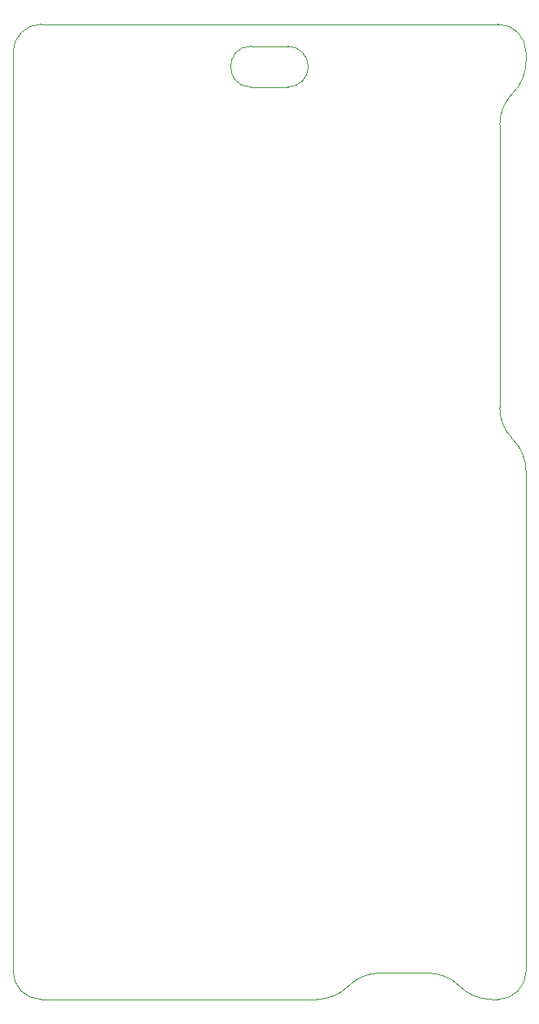
<source format=gbr>
%TF.GenerationSoftware,KiCad,Pcbnew,5.1.12-84ad8e8a86~92~ubuntu18.04.1*%
%TF.CreationDate,2022-01-08T13:07:40-05:00*%
%TF.ProjectId,remote,72656d6f-7465-42e6-9b69-6361645f7063,rev?*%
%TF.SameCoordinates,Original*%
%TF.FileFunction,Profile,NP*%
%FSLAX46Y46*%
G04 Gerber Fmt 4.6, Leading zero omitted, Abs format (unit mm)*
G04 Created by KiCad (PCBNEW 5.1.12-84ad8e8a86~92~ubuntu18.04.1) date 2022-01-08 13:07:40*
%MOMM*%
%LPD*%
G01*
G04 APERTURE LIST*
%TA.AperFunction,Profile*%
%ADD10C,0.050000*%
%TD*%
G04 APERTURE END LIST*
D10*
X125215000Y-62836376D02*
X125215000Y-63773256D01*
X125215000Y-62835000D02*
X125215000Y-62836376D01*
X121613280Y-161195336D02*
X122303624Y-161195336D01*
X110033704Y-158460040D02*
X115011536Y-158460040D01*
X118312408Y-159827688D02*
G75*
G03*
X115011536Y-158460040I-3301795J-3301795D01*
G01*
X118312408Y-159827688D02*
G75*
G03*
X121613280Y-161195336I3301795J3301795D01*
G01*
X106732832Y-159827688D02*
G75*
G02*
X103431960Y-161195336I-3301795J3301795D01*
G01*
X106732832Y-159827688D02*
G75*
G02*
X110033704Y-158460040I3301795J-3301795D01*
G01*
X125215000Y-158283960D02*
X125215000Y-106335880D01*
X123847352Y-103035008D02*
G75*
G02*
X122479704Y-99734136I3301795J3301795D01*
G01*
X123847352Y-103035008D02*
G75*
G02*
X125215000Y-106335880I-3301795J-3301795D01*
G01*
X122479704Y-70375000D02*
X122479704Y-99734136D01*
X123847352Y-67074128D02*
G75*
G03*
X122479704Y-70375000I3301795J-3301795D01*
G01*
X123847352Y-67074128D02*
G75*
G03*
X125215000Y-63773256I-3301795J3301795D01*
G01*
X100449063Y-66451842D02*
X96629840Y-66451842D01*
X100450000Y-62208460D02*
X96629840Y-62208460D01*
X96629840Y-62208460D02*
G75*
G03*
X96629840Y-66451842I0J-2121691D01*
G01*
X100449063Y-66451842D02*
G75*
G03*
X100450000Y-62208460I937J2121691D01*
G01*
X71874464Y-62836376D02*
X71874464Y-88068200D01*
X122303624Y-59925000D02*
X102969680Y-59925000D01*
X122303624Y-59925000D02*
G75*
G02*
X125215000Y-62835000I0J-2911376D01*
G01*
X74785840Y-161195336D02*
G75*
G02*
X71874464Y-158283960I0J2911376D01*
G01*
X103431960Y-161195336D02*
X74785840Y-161195336D01*
X125215000Y-158283960D02*
G75*
G02*
X122303624Y-161195336I-2911376J0D01*
G01*
X71874464Y-62836376D02*
G75*
G02*
X74785840Y-59925000I2911376J0D01*
G01*
X74785840Y-59925000D02*
X102969680Y-59925000D01*
X71874464Y-88068200D02*
X71874464Y-158283960D01*
M02*

</source>
